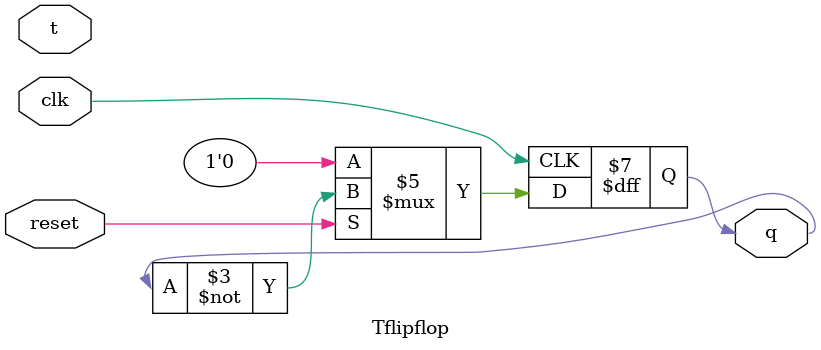
<source format=v>
`timescale 1ns / 1ps


module Tflipflop(q,clk,reset,t);
input clk,reset;
input t;
output reg q;
always @(posedge clk)
begin
if(!reset) q<=1'b0;
else begin

q<=~q;

end
end
endmodule

</source>
